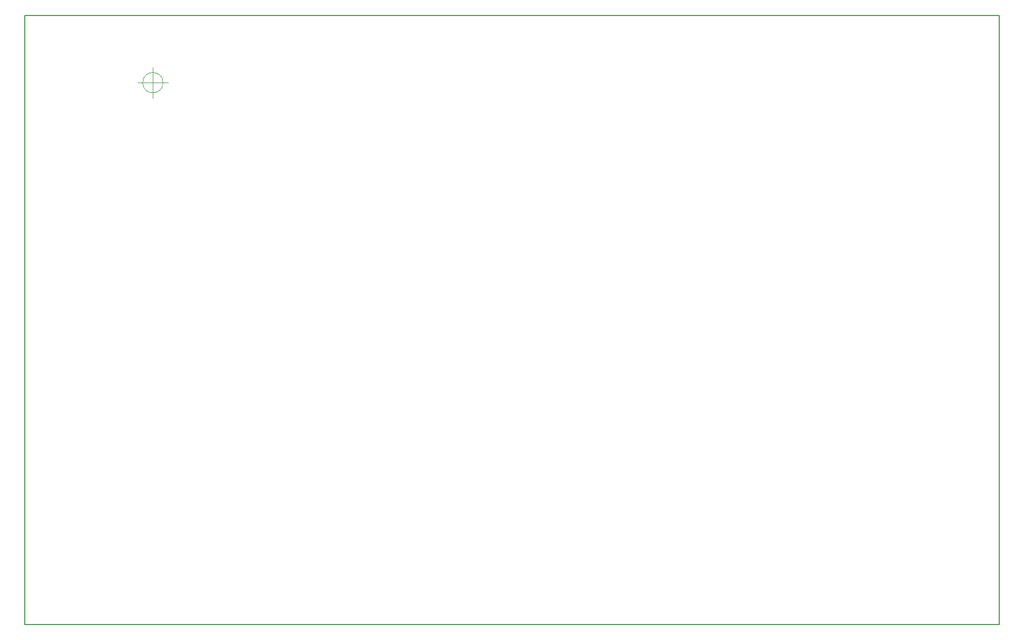
<source format=gbr>
G04 #@! TF.GenerationSoftware,KiCad,Pcbnew,5.1.5-1.fc31*
G04 #@! TF.CreationDate,2020-04-28T13:02:55+01:00*
G04 #@! TF.ProjectId,AR_A60_PA_25502_Issue8_v8.01_Stereo_Compact,41525f41-3630-45f5-9041-5f3235353032,rev?*
G04 #@! TF.SameCoordinates,Original*
G04 #@! TF.FileFunction,Profile,NP*
%FSLAX46Y46*%
G04 Gerber Fmt 4.6, Leading zero omitted, Abs format (unit mm)*
G04 Created by KiCad (PCBNEW 5.1.5-1.fc31) date 2020-04-28 13:02:55*
%MOMM*%
%LPD*%
G04 APERTURE LIST*
%ADD10C,0.050000*%
%ADD11C,0.150000*%
G04 APERTURE END LIST*
D10*
X93626666Y-52562000D02*
G75*
G03X93626666Y-52562000I-1666666J0D01*
G01*
X89460000Y-52562000D02*
X94460000Y-52562000D01*
X91960000Y-50062000D02*
X91960000Y-55062000D01*
D11*
X70960000Y-41562000D02*
X70960000Y-141412000D01*
X230810000Y-41562000D02*
X70960000Y-41562000D01*
X230800000Y-141412000D02*
X230810000Y-41562000D01*
X70960000Y-141412000D02*
X230800000Y-141412000D01*
M02*

</source>
